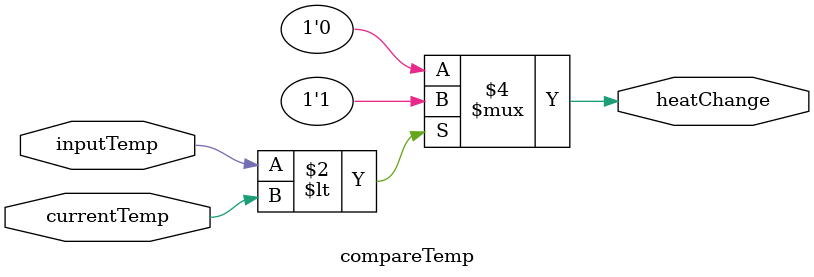
<source format=v>
module compareTemp(input inputTemp, currentTemp, output reg heatChange);
	
	always @(inputTemp) begin	
			if(inputTemp < currentTemp) begin 
				heatChange = 1;
			end else begin
				heatChange = 0;
			end
	end
endmodule
</source>
